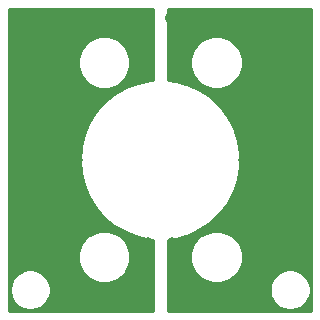
<source format=gbr>
G04 #@! TF.GenerationSoftware,KiCad,Pcbnew,5.1.9-73d0e3b20d~88~ubuntu20.04.1*
G04 #@! TF.CreationDate,2021-03-15T16:31:54+01:00*
G04 #@! TF.ProjectId,sbm-120-uv-mount,73626d2d-3132-4302-9d75-762d6d6f756e,rev?*
G04 #@! TF.SameCoordinates,Original*
G04 #@! TF.FileFunction,Copper,L2,Bot*
G04 #@! TF.FilePolarity,Positive*
%FSLAX46Y46*%
G04 Gerber Fmt 4.6, Leading zero omitted, Abs format (unit mm)*
G04 Created by KiCad (PCBNEW 5.1.9-73d0e3b20d~88~ubuntu20.04.1) date 2021-03-15 16:31:54*
%MOMM*%
%LPD*%
G01*
G04 APERTURE LIST*
G04 #@! TA.AperFunction,ComponentPad*
%ADD10R,1.700000X1.700000*%
G04 #@! TD*
G04 #@! TA.AperFunction,ComponentPad*
%ADD11O,1.700000X1.700000*%
G04 #@! TD*
G04 #@! TA.AperFunction,ComponentPad*
%ADD12C,3.800000*%
G04 #@! TD*
G04 #@! TA.AperFunction,ViaPad*
%ADD13C,0.800000*%
G04 #@! TD*
G04 #@! TA.AperFunction,Conductor*
%ADD14C,0.254000*%
G04 #@! TD*
G04 #@! TA.AperFunction,Conductor*
%ADD15C,0.100000*%
G04 #@! TD*
G04 APERTURE END LIST*
D10*
X143650000Y-88000000D03*
D11*
X146190000Y-88000000D03*
X148730000Y-88000000D03*
X151270000Y-88000000D03*
X153810000Y-88000000D03*
X156350000Y-88000000D03*
D12*
X161000000Y-89000000D03*
X139000000Y-89000000D03*
D13*
X149000000Y-91000000D03*
X149000000Y-93000000D03*
X149000000Y-92000000D03*
X139000000Y-92000000D03*
X140000000Y-92000000D03*
X141000000Y-92000000D03*
X141000000Y-93000000D03*
X140000000Y-93000000D03*
X139000000Y-93000000D03*
X139000000Y-94000000D03*
X140000000Y-94000000D03*
X141000000Y-94000000D03*
X142000000Y-94000000D03*
X141000000Y-95000000D03*
X140000000Y-95000000D03*
X139000000Y-95000000D03*
X139000000Y-96000000D03*
X140000000Y-96000000D03*
X139000000Y-97000000D03*
X139000000Y-103000000D03*
X140000000Y-104000000D03*
X139000000Y-104000000D03*
X139000000Y-105000000D03*
X140000000Y-105000000D03*
X139000000Y-98000000D03*
X139000000Y-102000000D03*
X139000000Y-99000000D03*
X139000000Y-100000000D03*
X139000000Y-101000000D03*
X140000000Y-97000000D03*
X140000000Y-98000000D03*
X140000000Y-99000000D03*
X140000000Y-100000000D03*
X140000000Y-101000000D03*
X140000000Y-102000000D03*
X140000000Y-103000000D03*
X141000000Y-103000000D03*
X141000000Y-102000000D03*
X141000000Y-101000000D03*
X141000000Y-100000000D03*
X141000000Y-99000000D03*
X141000000Y-98000000D03*
X141000000Y-97000000D03*
X142000000Y-98000000D03*
X142000000Y-99000000D03*
X142000000Y-100000000D03*
X142000000Y-101000000D03*
X142000000Y-102000000D03*
X143000000Y-101000000D03*
X143000000Y-100000000D03*
X143000000Y-99000000D03*
X138000000Y-92000000D03*
X138000000Y-93000000D03*
X138000000Y-94000000D03*
X138000000Y-95000000D03*
X138000000Y-96000000D03*
X138000000Y-97000000D03*
X138000000Y-98000000D03*
X138000000Y-99000000D03*
X138000000Y-100000000D03*
X138000000Y-101000000D03*
X138000000Y-102000000D03*
X138000000Y-103000000D03*
X138000000Y-104000000D03*
X138000000Y-105000000D03*
X138000000Y-106000000D03*
X139000000Y-106000000D03*
X140000000Y-106000000D03*
X141000000Y-106000000D03*
X138000000Y-107000000D03*
X139000000Y-107000000D03*
X140000000Y-107000000D03*
X141000000Y-107000000D03*
X141000000Y-108000000D03*
X140000000Y-108000000D03*
X139000000Y-108000000D03*
X138000000Y-108000000D03*
X141000000Y-109000000D03*
X142000000Y-111000000D03*
X142000000Y-112000000D03*
X143000000Y-112000000D03*
X144000000Y-112000000D03*
X145000000Y-112000000D03*
X146000000Y-112000000D03*
X147000000Y-112000000D03*
X148000000Y-112000000D03*
X149000000Y-112000000D03*
X149000000Y-111000000D03*
X148000000Y-111000000D03*
X149000000Y-110000000D03*
X149000000Y-109000000D03*
X149000000Y-108000000D03*
X149000000Y-107000000D03*
X143000000Y-102000000D03*
X141000000Y-91000000D03*
X142000000Y-89000000D03*
X142000000Y-88000000D03*
X149000000Y-90000000D03*
X161000000Y-105000000D03*
X160000000Y-105000000D03*
X159000000Y-105000000D03*
X160000000Y-104000000D03*
X161000000Y-104000000D03*
X161000000Y-103000000D03*
X161000000Y-97000000D03*
X161000000Y-96000000D03*
X160000000Y-96000000D03*
X159000000Y-95000000D03*
X160000000Y-95000000D03*
X161000000Y-95000000D03*
X161000000Y-94000000D03*
X160000000Y-94000000D03*
X159000000Y-94000000D03*
X158000000Y-94000000D03*
X159000000Y-93000000D03*
X160000000Y-93000000D03*
X161000000Y-93000000D03*
X151000000Y-91000000D03*
X151000000Y-92000000D03*
X151000000Y-93000000D03*
X160000000Y-97000000D03*
X159000000Y-97000000D03*
X161000000Y-98000000D03*
X160000000Y-98000000D03*
X159000000Y-98000000D03*
X158000000Y-98000000D03*
X161000000Y-99000000D03*
X160000000Y-99000000D03*
X159000000Y-99000000D03*
X158000000Y-99000000D03*
X157000000Y-99000000D03*
X157000000Y-100000000D03*
X158000000Y-100000000D03*
X159000000Y-100000000D03*
X160000000Y-100000000D03*
X161000000Y-100000000D03*
X161000000Y-101000000D03*
X160000000Y-101000000D03*
X159000000Y-101000000D03*
X158000000Y-101000000D03*
X157000000Y-101000000D03*
X157000000Y-102000000D03*
X158000000Y-102000000D03*
X159000000Y-102000000D03*
X160000000Y-102000000D03*
X161000000Y-102000000D03*
X160000000Y-103000000D03*
X159000000Y-103000000D03*
X159000000Y-104000000D03*
X159000000Y-92000000D03*
X160000000Y-92000000D03*
X161000000Y-92000000D03*
X151000000Y-90000000D03*
X151000000Y-107000000D03*
X151000000Y-108000000D03*
X151000000Y-109000000D03*
X151000000Y-110000000D03*
X151000000Y-111000000D03*
X151000000Y-112000000D03*
X152000000Y-112000000D03*
X152000000Y-111000000D03*
X153000000Y-112000000D03*
X154000000Y-112000000D03*
X155000000Y-112000000D03*
X156000000Y-112000000D03*
X157000000Y-112000000D03*
X158000000Y-112000000D03*
X158000000Y-111000000D03*
X162000000Y-92000000D03*
X162000000Y-93000000D03*
X162000000Y-94000000D03*
X162000000Y-95000000D03*
X162000000Y-96000000D03*
X162000000Y-97000000D03*
X162000000Y-98000000D03*
X162000000Y-99000000D03*
X162000000Y-100000000D03*
X162000000Y-101000000D03*
X162000000Y-102000000D03*
X162000000Y-103000000D03*
X162000000Y-104000000D03*
X162000000Y-105000000D03*
X159000000Y-106000000D03*
X160000000Y-106000000D03*
X161000000Y-106000000D03*
X162000000Y-106000000D03*
X162000000Y-107000000D03*
X161000000Y-107000000D03*
X160000000Y-107000000D03*
X159000000Y-107000000D03*
X159000000Y-108000000D03*
X160000000Y-108000000D03*
X161000000Y-108000000D03*
X162000000Y-108000000D03*
X159000000Y-109000000D03*
X159000000Y-91000000D03*
X158000000Y-89000000D03*
X158000000Y-88000000D03*
D14*
X149373000Y-93229084D02*
X149178812Y-93236910D01*
X148104570Y-93456218D01*
X147079419Y-93845006D01*
X146129910Y-94393206D01*
X145280633Y-95086619D01*
X144553586Y-95907285D01*
X143967598Y-96833951D01*
X143537846Y-97842616D01*
X143275460Y-98907156D01*
X143187237Y-100000000D01*
X143275460Y-101092844D01*
X143537846Y-102157384D01*
X143967598Y-103166049D01*
X144553586Y-104092715D01*
X145280633Y-104913381D01*
X146129910Y-105606794D01*
X147079419Y-106154994D01*
X148104570Y-106543782D01*
X149178812Y-106763090D01*
X149373000Y-106770916D01*
X149373000Y-112790000D01*
X137210000Y-112790000D01*
X137210000Y-110829117D01*
X137265000Y-110829117D01*
X137265000Y-111170883D01*
X137331675Y-111506081D01*
X137462463Y-111821831D01*
X137652337Y-112105998D01*
X137894002Y-112347663D01*
X138178169Y-112537537D01*
X138493919Y-112668325D01*
X138829117Y-112735000D01*
X139170883Y-112735000D01*
X139506081Y-112668325D01*
X139821831Y-112537537D01*
X140105998Y-112347663D01*
X140347663Y-112105998D01*
X140537537Y-111821831D01*
X140668325Y-111506081D01*
X140735000Y-111170883D01*
X140735000Y-110829117D01*
X140668325Y-110493919D01*
X140537537Y-110178169D01*
X140347663Y-109894002D01*
X140105998Y-109652337D01*
X139821831Y-109462463D01*
X139506081Y-109331675D01*
X139170883Y-109265000D01*
X138829117Y-109265000D01*
X138493919Y-109331675D01*
X138178169Y-109462463D01*
X137894002Y-109652337D01*
X137652337Y-109894002D01*
X137462463Y-110178169D01*
X137331675Y-110493919D01*
X137265000Y-110829117D01*
X137210000Y-110829117D01*
X137210000Y-108007113D01*
X143015000Y-108007113D01*
X143015000Y-108447369D01*
X143100890Y-108879166D01*
X143269369Y-109285910D01*
X143513962Y-109651970D01*
X143825271Y-109963279D01*
X144191331Y-110207872D01*
X144598075Y-110376351D01*
X145029872Y-110462241D01*
X145470128Y-110462241D01*
X145901925Y-110376351D01*
X146308669Y-110207872D01*
X146674729Y-109963279D01*
X146986038Y-109651970D01*
X147230631Y-109285910D01*
X147399110Y-108879166D01*
X147485000Y-108447369D01*
X147485000Y-108007113D01*
X147399110Y-107575316D01*
X147230631Y-107168572D01*
X146986038Y-106802512D01*
X146674729Y-106491203D01*
X146308669Y-106246610D01*
X145901925Y-106078131D01*
X145470128Y-105992241D01*
X145029872Y-105992241D01*
X144598075Y-106078131D01*
X144191331Y-106246610D01*
X143825271Y-106491203D01*
X143513962Y-106802512D01*
X143269369Y-107168572D01*
X143100890Y-107575316D01*
X143015000Y-108007113D01*
X137210000Y-108007113D01*
X137210000Y-91552631D01*
X143015000Y-91552631D01*
X143015000Y-91992887D01*
X143100890Y-92424684D01*
X143269369Y-92831428D01*
X143513962Y-93197488D01*
X143825271Y-93508797D01*
X144191331Y-93753390D01*
X144598075Y-93921869D01*
X145029872Y-94007759D01*
X145470128Y-94007759D01*
X145901925Y-93921869D01*
X146308669Y-93753390D01*
X146674729Y-93508797D01*
X146986038Y-93197488D01*
X147230631Y-92831428D01*
X147399110Y-92424684D01*
X147485000Y-91992887D01*
X147485000Y-91552631D01*
X147399110Y-91120834D01*
X147230631Y-90714090D01*
X146986038Y-90348030D01*
X146674729Y-90036721D01*
X146308669Y-89792128D01*
X145901925Y-89623649D01*
X145470128Y-89537759D01*
X145029872Y-89537759D01*
X144598075Y-89623649D01*
X144191331Y-89792128D01*
X143825271Y-90036721D01*
X143513962Y-90348030D01*
X143269369Y-90714090D01*
X143100890Y-91120834D01*
X143015000Y-91552631D01*
X137210000Y-91552631D01*
X137210000Y-87210000D01*
X149373000Y-87210000D01*
X149373000Y-93229084D01*
G04 #@! TA.AperFunction,Conductor*
D15*
G36*
X149373000Y-93229084D02*
G01*
X149178812Y-93236910D01*
X148104570Y-93456218D01*
X147079419Y-93845006D01*
X146129910Y-94393206D01*
X145280633Y-95086619D01*
X144553586Y-95907285D01*
X143967598Y-96833951D01*
X143537846Y-97842616D01*
X143275460Y-98907156D01*
X143187237Y-100000000D01*
X143275460Y-101092844D01*
X143537846Y-102157384D01*
X143967598Y-103166049D01*
X144553586Y-104092715D01*
X145280633Y-104913381D01*
X146129910Y-105606794D01*
X147079419Y-106154994D01*
X148104570Y-106543782D01*
X149178812Y-106763090D01*
X149373000Y-106770916D01*
X149373000Y-112790000D01*
X137210000Y-112790000D01*
X137210000Y-110829117D01*
X137265000Y-110829117D01*
X137265000Y-111170883D01*
X137331675Y-111506081D01*
X137462463Y-111821831D01*
X137652337Y-112105998D01*
X137894002Y-112347663D01*
X138178169Y-112537537D01*
X138493919Y-112668325D01*
X138829117Y-112735000D01*
X139170883Y-112735000D01*
X139506081Y-112668325D01*
X139821831Y-112537537D01*
X140105998Y-112347663D01*
X140347663Y-112105998D01*
X140537537Y-111821831D01*
X140668325Y-111506081D01*
X140735000Y-111170883D01*
X140735000Y-110829117D01*
X140668325Y-110493919D01*
X140537537Y-110178169D01*
X140347663Y-109894002D01*
X140105998Y-109652337D01*
X139821831Y-109462463D01*
X139506081Y-109331675D01*
X139170883Y-109265000D01*
X138829117Y-109265000D01*
X138493919Y-109331675D01*
X138178169Y-109462463D01*
X137894002Y-109652337D01*
X137652337Y-109894002D01*
X137462463Y-110178169D01*
X137331675Y-110493919D01*
X137265000Y-110829117D01*
X137210000Y-110829117D01*
X137210000Y-108007113D01*
X143015000Y-108007113D01*
X143015000Y-108447369D01*
X143100890Y-108879166D01*
X143269369Y-109285910D01*
X143513962Y-109651970D01*
X143825271Y-109963279D01*
X144191331Y-110207872D01*
X144598075Y-110376351D01*
X145029872Y-110462241D01*
X145470128Y-110462241D01*
X145901925Y-110376351D01*
X146308669Y-110207872D01*
X146674729Y-109963279D01*
X146986038Y-109651970D01*
X147230631Y-109285910D01*
X147399110Y-108879166D01*
X147485000Y-108447369D01*
X147485000Y-108007113D01*
X147399110Y-107575316D01*
X147230631Y-107168572D01*
X146986038Y-106802512D01*
X146674729Y-106491203D01*
X146308669Y-106246610D01*
X145901925Y-106078131D01*
X145470128Y-105992241D01*
X145029872Y-105992241D01*
X144598075Y-106078131D01*
X144191331Y-106246610D01*
X143825271Y-106491203D01*
X143513962Y-106802512D01*
X143269369Y-107168572D01*
X143100890Y-107575316D01*
X143015000Y-108007113D01*
X137210000Y-108007113D01*
X137210000Y-91552631D01*
X143015000Y-91552631D01*
X143015000Y-91992887D01*
X143100890Y-92424684D01*
X143269369Y-92831428D01*
X143513962Y-93197488D01*
X143825271Y-93508797D01*
X144191331Y-93753390D01*
X144598075Y-93921869D01*
X145029872Y-94007759D01*
X145470128Y-94007759D01*
X145901925Y-93921869D01*
X146308669Y-93753390D01*
X146674729Y-93508797D01*
X146986038Y-93197488D01*
X147230631Y-92831428D01*
X147399110Y-92424684D01*
X147485000Y-91992887D01*
X147485000Y-91552631D01*
X147399110Y-91120834D01*
X147230631Y-90714090D01*
X146986038Y-90348030D01*
X146674729Y-90036721D01*
X146308669Y-89792128D01*
X145901925Y-89623649D01*
X145470128Y-89537759D01*
X145029872Y-89537759D01*
X144598075Y-89623649D01*
X144191331Y-89792128D01*
X143825271Y-90036721D01*
X143513962Y-90348030D01*
X143269369Y-90714090D01*
X143100890Y-91120834D01*
X143015000Y-91552631D01*
X137210000Y-91552631D01*
X137210000Y-87210000D01*
X149373000Y-87210000D01*
X149373000Y-93229084D01*
G37*
G04 #@! TD.AperFunction*
D14*
X162790000Y-112790000D02*
X150627000Y-112790000D01*
X150627000Y-110829117D01*
X159265000Y-110829117D01*
X159265000Y-111170883D01*
X159331675Y-111506081D01*
X159462463Y-111821831D01*
X159652337Y-112105998D01*
X159894002Y-112347663D01*
X160178169Y-112537537D01*
X160493919Y-112668325D01*
X160829117Y-112735000D01*
X161170883Y-112735000D01*
X161506081Y-112668325D01*
X161821831Y-112537537D01*
X162105998Y-112347663D01*
X162347663Y-112105998D01*
X162537537Y-111821831D01*
X162668325Y-111506081D01*
X162735000Y-111170883D01*
X162735000Y-110829117D01*
X162668325Y-110493919D01*
X162537537Y-110178169D01*
X162347663Y-109894002D01*
X162105998Y-109652337D01*
X161821831Y-109462463D01*
X161506081Y-109331675D01*
X161170883Y-109265000D01*
X160829117Y-109265000D01*
X160493919Y-109331675D01*
X160178169Y-109462463D01*
X159894002Y-109652337D01*
X159652337Y-109894002D01*
X159462463Y-110178169D01*
X159331675Y-110493919D01*
X159265000Y-110829117D01*
X150627000Y-110829117D01*
X150627000Y-108007113D01*
X152515000Y-108007113D01*
X152515000Y-108447369D01*
X152600890Y-108879166D01*
X152769369Y-109285910D01*
X153013962Y-109651970D01*
X153325271Y-109963279D01*
X153691331Y-110207872D01*
X154098075Y-110376351D01*
X154529872Y-110462241D01*
X154970128Y-110462241D01*
X155401925Y-110376351D01*
X155808669Y-110207872D01*
X156174729Y-109963279D01*
X156486038Y-109651970D01*
X156730631Y-109285910D01*
X156899110Y-108879166D01*
X156985000Y-108447369D01*
X156985000Y-108007113D01*
X156899110Y-107575316D01*
X156730631Y-107168572D01*
X156486038Y-106802512D01*
X156174729Y-106491203D01*
X155808669Y-106246610D01*
X155401925Y-106078131D01*
X154970128Y-105992241D01*
X154529872Y-105992241D01*
X154098075Y-106078131D01*
X153691331Y-106246610D01*
X153325271Y-106491203D01*
X153013962Y-106802512D01*
X152769369Y-107168572D01*
X152600890Y-107575316D01*
X152515000Y-108007113D01*
X150627000Y-108007113D01*
X150627000Y-106764415D01*
X151362728Y-106675082D01*
X152415839Y-106370044D01*
X153406382Y-105900026D01*
X154308700Y-105277200D01*
X155099426Y-104517698D01*
X155758080Y-103641189D01*
X156267602Y-102670376D01*
X156614796Y-101630401D01*
X156790671Y-100548200D01*
X156790671Y-99451800D01*
X156614796Y-98369599D01*
X156267602Y-97329624D01*
X155758080Y-96358811D01*
X155099426Y-95482302D01*
X154308700Y-94722800D01*
X153406382Y-94099974D01*
X152415839Y-93629956D01*
X151362728Y-93324918D01*
X150627000Y-93235585D01*
X150627000Y-91552631D01*
X152515000Y-91552631D01*
X152515000Y-91992887D01*
X152600890Y-92424684D01*
X152769369Y-92831428D01*
X153013962Y-93197488D01*
X153325271Y-93508797D01*
X153691331Y-93753390D01*
X154098075Y-93921869D01*
X154529872Y-94007759D01*
X154970128Y-94007759D01*
X155401925Y-93921869D01*
X155808669Y-93753390D01*
X156174729Y-93508797D01*
X156486038Y-93197488D01*
X156730631Y-92831428D01*
X156899110Y-92424684D01*
X156985000Y-91992887D01*
X156985000Y-91552631D01*
X156899110Y-91120834D01*
X156730631Y-90714090D01*
X156486038Y-90348030D01*
X156174729Y-90036721D01*
X155808669Y-89792128D01*
X155401925Y-89623649D01*
X154970128Y-89537759D01*
X154529872Y-89537759D01*
X154098075Y-89623649D01*
X153691331Y-89792128D01*
X153325271Y-90036721D01*
X153013962Y-90348030D01*
X152769369Y-90714090D01*
X152600890Y-91120834D01*
X152515000Y-91552631D01*
X150627000Y-91552631D01*
X150627000Y-87210000D01*
X162790001Y-87210000D01*
X162790000Y-112790000D01*
G04 #@! TA.AperFunction,Conductor*
D15*
G36*
X162790000Y-112790000D02*
G01*
X150627000Y-112790000D01*
X150627000Y-110829117D01*
X159265000Y-110829117D01*
X159265000Y-111170883D01*
X159331675Y-111506081D01*
X159462463Y-111821831D01*
X159652337Y-112105998D01*
X159894002Y-112347663D01*
X160178169Y-112537537D01*
X160493919Y-112668325D01*
X160829117Y-112735000D01*
X161170883Y-112735000D01*
X161506081Y-112668325D01*
X161821831Y-112537537D01*
X162105998Y-112347663D01*
X162347663Y-112105998D01*
X162537537Y-111821831D01*
X162668325Y-111506081D01*
X162735000Y-111170883D01*
X162735000Y-110829117D01*
X162668325Y-110493919D01*
X162537537Y-110178169D01*
X162347663Y-109894002D01*
X162105998Y-109652337D01*
X161821831Y-109462463D01*
X161506081Y-109331675D01*
X161170883Y-109265000D01*
X160829117Y-109265000D01*
X160493919Y-109331675D01*
X160178169Y-109462463D01*
X159894002Y-109652337D01*
X159652337Y-109894002D01*
X159462463Y-110178169D01*
X159331675Y-110493919D01*
X159265000Y-110829117D01*
X150627000Y-110829117D01*
X150627000Y-108007113D01*
X152515000Y-108007113D01*
X152515000Y-108447369D01*
X152600890Y-108879166D01*
X152769369Y-109285910D01*
X153013962Y-109651970D01*
X153325271Y-109963279D01*
X153691331Y-110207872D01*
X154098075Y-110376351D01*
X154529872Y-110462241D01*
X154970128Y-110462241D01*
X155401925Y-110376351D01*
X155808669Y-110207872D01*
X156174729Y-109963279D01*
X156486038Y-109651970D01*
X156730631Y-109285910D01*
X156899110Y-108879166D01*
X156985000Y-108447369D01*
X156985000Y-108007113D01*
X156899110Y-107575316D01*
X156730631Y-107168572D01*
X156486038Y-106802512D01*
X156174729Y-106491203D01*
X155808669Y-106246610D01*
X155401925Y-106078131D01*
X154970128Y-105992241D01*
X154529872Y-105992241D01*
X154098075Y-106078131D01*
X153691331Y-106246610D01*
X153325271Y-106491203D01*
X153013962Y-106802512D01*
X152769369Y-107168572D01*
X152600890Y-107575316D01*
X152515000Y-108007113D01*
X150627000Y-108007113D01*
X150627000Y-106764415D01*
X151362728Y-106675082D01*
X152415839Y-106370044D01*
X153406382Y-105900026D01*
X154308700Y-105277200D01*
X155099426Y-104517698D01*
X155758080Y-103641189D01*
X156267602Y-102670376D01*
X156614796Y-101630401D01*
X156790671Y-100548200D01*
X156790671Y-99451800D01*
X156614796Y-98369599D01*
X156267602Y-97329624D01*
X155758080Y-96358811D01*
X155099426Y-95482302D01*
X154308700Y-94722800D01*
X153406382Y-94099974D01*
X152415839Y-93629956D01*
X151362728Y-93324918D01*
X150627000Y-93235585D01*
X150627000Y-91552631D01*
X152515000Y-91552631D01*
X152515000Y-91992887D01*
X152600890Y-92424684D01*
X152769369Y-92831428D01*
X153013962Y-93197488D01*
X153325271Y-93508797D01*
X153691331Y-93753390D01*
X154098075Y-93921869D01*
X154529872Y-94007759D01*
X154970128Y-94007759D01*
X155401925Y-93921869D01*
X155808669Y-93753390D01*
X156174729Y-93508797D01*
X156486038Y-93197488D01*
X156730631Y-92831428D01*
X156899110Y-92424684D01*
X156985000Y-91992887D01*
X156985000Y-91552631D01*
X156899110Y-91120834D01*
X156730631Y-90714090D01*
X156486038Y-90348030D01*
X156174729Y-90036721D01*
X155808669Y-89792128D01*
X155401925Y-89623649D01*
X154970128Y-89537759D01*
X154529872Y-89537759D01*
X154098075Y-89623649D01*
X153691331Y-89792128D01*
X153325271Y-90036721D01*
X153013962Y-90348030D01*
X152769369Y-90714090D01*
X152600890Y-91120834D01*
X152515000Y-91552631D01*
X150627000Y-91552631D01*
X150627000Y-87210000D01*
X162790001Y-87210000D01*
X162790000Y-112790000D01*
G37*
G04 #@! TD.AperFunction*
M02*

</source>
